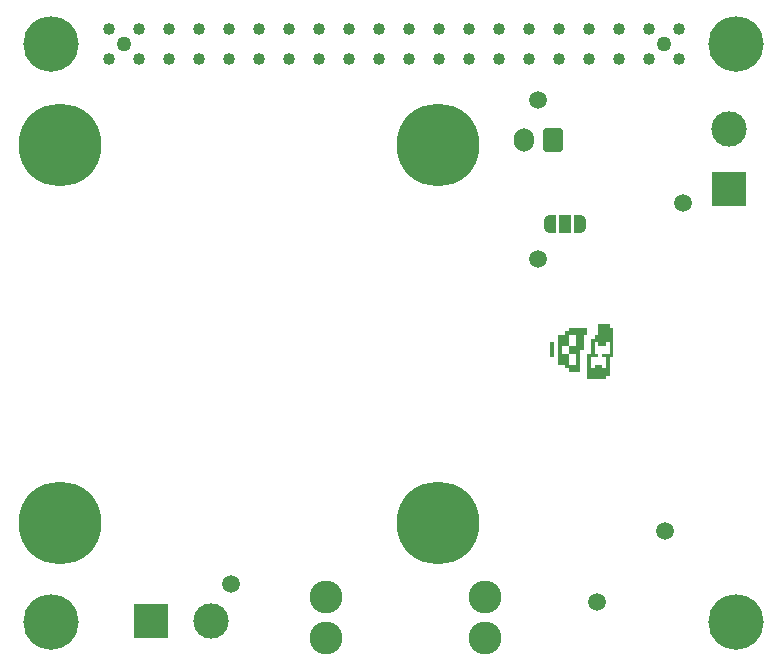
<source format=gbr>
%TF.GenerationSoftware,KiCad,Pcbnew,8.0.6*%
%TF.CreationDate,2024-12-15T12:06:59-06:00*%
%TF.ProjectId,ElectriPi,456c6563-7472-4695-9069-2e6b69636164,rev?*%
%TF.SameCoordinates,PX514cfd0PY31d4590*%
%TF.FileFunction,Soldermask,Bot*%
%TF.FilePolarity,Negative*%
%FSLAX46Y46*%
G04 Gerber Fmt 4.6, Leading zero omitted, Abs format (unit mm)*
G04 Created by KiCad (PCBNEW 8.0.6) date 2024-12-15 12:06:59*
%MOMM*%
%LPD*%
G01*
G04 APERTURE LIST*
G04 Aperture macros list*
%AMRoundRect*
0 Rectangle with rounded corners*
0 $1 Rounding radius*
0 $2 $3 $4 $5 $6 $7 $8 $9 X,Y pos of 4 corners*
0 Add a 4 corners polygon primitive as box body*
4,1,4,$2,$3,$4,$5,$6,$7,$8,$9,$2,$3,0*
0 Add four circle primitives for the rounded corners*
1,1,$1+$1,$2,$3*
1,1,$1+$1,$4,$5*
1,1,$1+$1,$6,$7*
1,1,$1+$1,$8,$9*
0 Add four rect primitives between the rounded corners*
20,1,$1+$1,$2,$3,$4,$5,0*
20,1,$1+$1,$4,$5,$6,$7,0*
20,1,$1+$1,$6,$7,$8,$9,0*
20,1,$1+$1,$8,$9,$2,$3,0*%
%AMFreePoly0*
4,1,19,0.550000,-0.750000,0.000000,-0.750000,0.000000,-0.744911,-0.071157,-0.744911,-0.207708,-0.704816,-0.327430,-0.627875,-0.420627,-0.520320,-0.479746,-0.390866,-0.500000,-0.250000,-0.500000,0.250000,-0.479746,0.390866,-0.420627,0.520320,-0.327430,0.627875,-0.207708,0.704816,-0.071157,0.744911,0.000000,0.744911,0.000000,0.750000,0.550000,0.750000,0.550000,-0.750000,0.550000,-0.750000,
$1*%
%AMFreePoly1*
4,1,19,0.000000,0.744911,0.071157,0.744911,0.207708,0.704816,0.327430,0.627875,0.420627,0.520320,0.479746,0.390866,0.500000,0.250000,0.500000,-0.250000,0.479746,-0.390866,0.420627,-0.520320,0.327430,-0.627875,0.207708,-0.704816,0.071157,-0.744911,0.000000,-0.744911,0.000000,-0.750000,-0.550000,-0.750000,-0.550000,0.750000,0.000000,0.750000,0.000000,0.744911,0.000000,0.744911,
$1*%
G04 Aperture macros list end*
%ADD10C,0.000000*%
%ADD11C,4.700000*%
%ADD12R,3.000000X3.000000*%
%ADD13C,3.000000*%
%ADD14C,1.020000*%
%ADD15C,1.270000*%
%ADD16C,2.780000*%
%ADD17RoundRect,0.250000X0.600000X0.750000X-0.600000X0.750000X-0.600000X-0.750000X0.600000X-0.750000X0*%
%ADD18O,1.700000X2.000000*%
%ADD19C,7.000000*%
%ADD20C,1.500000*%
%ADD21FreePoly0,180.000000*%
%ADD22R,1.000000X1.500000*%
%ADD23FreePoly1,180.000000*%
G04 APERTURE END LIST*
D10*
%TO.C,G\u002A\u002A\u002A*%
G36*
X46093096Y-31062500D02*
G01*
X45780519Y-31062500D01*
X45780519Y-29812500D01*
X46093096Y-29812500D01*
X46093096Y-31062500D01*
G37*
G36*
X48906289Y-29187500D02*
G01*
X48593711Y-29187500D01*
X48593711Y-30437500D01*
X48281135Y-30437500D01*
X48281135Y-32312500D01*
X47343404Y-32312500D01*
X47343404Y-32000000D01*
X47030827Y-32000000D01*
X47030827Y-31687500D01*
X47343404Y-31687500D01*
X47968558Y-31687500D01*
X47968558Y-30750000D01*
X47343404Y-30750000D01*
X47343404Y-31687500D01*
X47030827Y-31687500D01*
X46718250Y-31687500D01*
X46405673Y-31687500D01*
X46405673Y-30125000D01*
X46718250Y-30125000D01*
X46718250Y-30750000D01*
X47343404Y-30750000D01*
X47343404Y-30125000D01*
X47968558Y-30125000D01*
X47968558Y-29187500D01*
X47343404Y-29187500D01*
X47343404Y-30125000D01*
X46718250Y-30125000D01*
X46405673Y-30125000D01*
X46405673Y-29187500D01*
X47030827Y-29187500D01*
X47030827Y-28875000D01*
X47343404Y-28875000D01*
X47343404Y-28562500D01*
X48906289Y-28562500D01*
X48906289Y-29187500D01*
G37*
G36*
X50781750Y-28562500D02*
G01*
X51094327Y-28562500D01*
X51094327Y-31062500D01*
X50781750Y-31062500D01*
X50781750Y-32625000D01*
X50469173Y-32625000D01*
X50469173Y-32937500D01*
X49218866Y-32937500D01*
X48906289Y-32937500D01*
X48906289Y-31062500D01*
X49218866Y-31062500D01*
X49218866Y-32000000D01*
X49531443Y-32000000D01*
X49531443Y-31687500D01*
X50156597Y-31687500D01*
X50156597Y-32000000D01*
X50469173Y-32000000D01*
X50469173Y-31062500D01*
X50156597Y-31062500D01*
X50156597Y-30750000D01*
X50781750Y-30750000D01*
X50781750Y-29812500D01*
X50469173Y-29812500D01*
X50469173Y-30125000D01*
X49844020Y-30125000D01*
X49844020Y-29812500D01*
X49531443Y-29812500D01*
X49531443Y-30750000D01*
X49844020Y-30750000D01*
X49844020Y-31062500D01*
X49218866Y-31062500D01*
X48906289Y-31062500D01*
X48906289Y-30750000D01*
X49218866Y-30750000D01*
X49218866Y-29500000D01*
X49531443Y-29500000D01*
X49531443Y-29187500D01*
X49844020Y-29187500D01*
X49844020Y-28250000D01*
X50781750Y-28250000D01*
X50781750Y-28562500D01*
G37*
%TD*%
D11*
%TO.C,H2*%
X3500000Y-4500000D03*
%TD*%
D12*
%TO.C,J1*%
X11960000Y-53400000D03*
D13*
X17040000Y-53400000D03*
%TD*%
D14*
%TO.C,J6*%
X8370000Y-5770000D03*
X10910000Y-5770000D03*
X13450000Y-5770000D03*
X15990000Y-5770000D03*
X18530000Y-5770000D03*
X21070000Y-5770000D03*
X23610000Y-5770000D03*
X26150000Y-5770000D03*
X28690000Y-5770000D03*
X31230000Y-5770000D03*
X33770000Y-5770000D03*
X36310000Y-5770000D03*
X38850000Y-5770000D03*
X41390000Y-5770000D03*
X43930000Y-5770000D03*
X46470000Y-5770000D03*
X49010000Y-5770000D03*
X51550000Y-5770000D03*
X54090000Y-5770000D03*
X56630000Y-5770000D03*
D15*
X9640000Y-4500000D03*
X55360000Y-4500000D03*
D14*
X8370000Y-3230000D03*
X10910000Y-3230000D03*
X13450000Y-3230000D03*
X15990000Y-3230000D03*
X18530000Y-3230000D03*
X21070000Y-3230000D03*
X23610000Y-3230000D03*
X26150000Y-3230000D03*
X28690000Y-3230000D03*
X31230000Y-3230000D03*
X33770000Y-3230000D03*
X36310000Y-3230000D03*
X38850000Y-3230000D03*
X41390000Y-3230000D03*
X43930000Y-3230000D03*
X46470000Y-3230000D03*
X49010000Y-3230000D03*
X51550000Y-3230000D03*
X54090000Y-3230000D03*
X56630000Y-3230000D03*
%TD*%
D16*
%TO.C,F1*%
X26740000Y-51400000D03*
X26740000Y-54800000D03*
X40240000Y-51400000D03*
X40240000Y-54800000D03*
%TD*%
D17*
%TO.C,J3*%
X46000000Y-12700000D03*
D18*
X43500000Y-12700000D03*
%TD*%
D11*
%TO.C,H3*%
X61500000Y-4500000D03*
%TD*%
D19*
%TO.C,U2*%
X4250000Y-13100000D03*
X36250000Y-13100000D03*
X4250000Y-45100000D03*
X36250000Y-45100000D03*
%TD*%
D12*
%TO.C,J4*%
X60900000Y-16790000D03*
D13*
X60900000Y-11710000D03*
%TD*%
D11*
%TO.C,H1*%
X61500000Y-53500000D03*
%TD*%
%TO.C,H4*%
X3500000Y-53500000D03*
%TD*%
D20*
%TO.C,TP5*%
X44750000Y-9250000D03*
%TD*%
D21*
%TO.C,JP1*%
X48300000Y-19750000D03*
D22*
X47000000Y-19750000D03*
D23*
X45700000Y-19750000D03*
%TD*%
D20*
%TO.C,TP4*%
X55500000Y-45750000D03*
%TD*%
%TO.C,TP1*%
X57000000Y-18000000D03*
%TD*%
%TO.C,TP6*%
X44750000Y-22750000D03*
%TD*%
%TO.C,TP2*%
X18750000Y-50250000D03*
%TD*%
%TO.C,TP3*%
X49750000Y-51750000D03*
%TD*%
M02*

</source>
